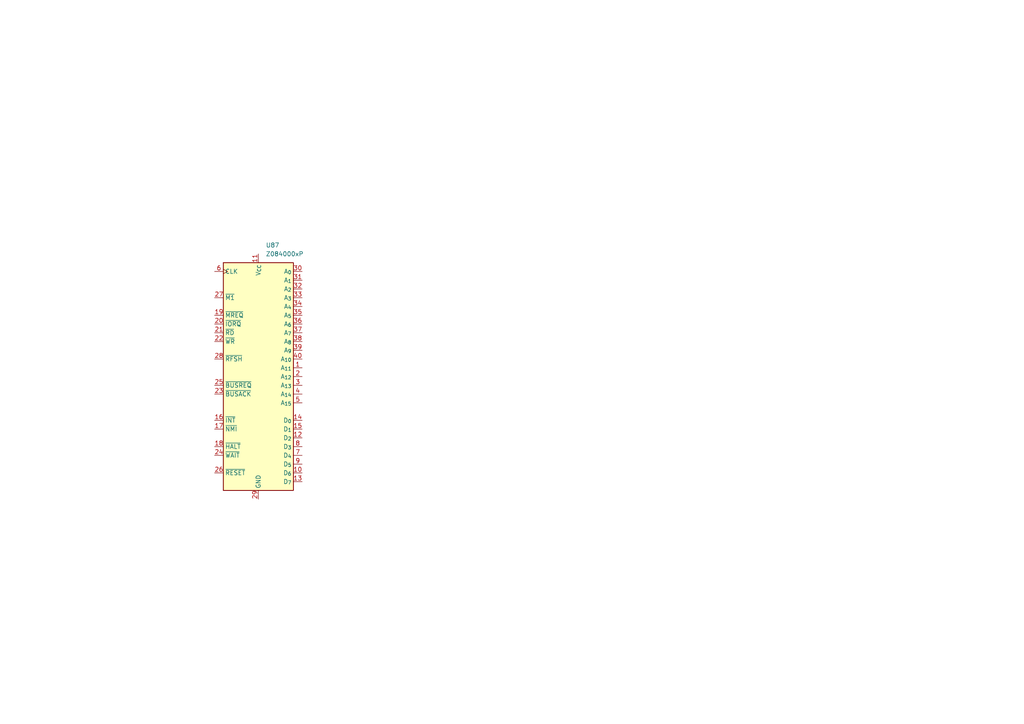
<source format=kicad_sch>
(kicad_sch (version 20250114) (generator "eeschema") (generator_version "9.0")
  (paper "A4")
  (lib_symbols
    (symbol "CPU:Z084000xP"
      (property "Reference" "U" (at -9.652 34.798 0))
      (property "Value" "Z084000xP" (at 3.81 34.798 0))
      (symbol "Z084000xP_0_1"
        (rectangle (start -10.16 33.02) (end 10.16 -33.02) (stroke (width 0.254)) (fill (type background)))
      )
      (symbol "Z084000xP_1_1"
        (pin input clock (at -12.7 30.48 0) (length 2.54) (name "CLK") (number "6"))
        (pin output line (at -12.7 22.86 0) (length 2.54) (name "~{M1}") (number "27"))
        (pin tri_state line (at -12.7 17.78 0) (length 2.54) (name "~{MREQ}") (number "19"))
        (pin tri_state line (at -12.7 15.24 0) (length 2.54) (name "~{IORQ}") (number "20"))
        (pin tri_state line (at -12.7 12.7 0) (length 2.54) (name "~{RD}") (number "21"))
        (pin tri_state line (at -12.7 10.16 0) (length 2.54) (name "~{WR}") (number "22"))
        (pin output line (at -12.7 5.08 0) (length 2.54) (name "~{RFSH}") (number "28"))
        (pin input line (at -12.7 -2.54 0) (length 2.54) (name "~{BUSREQ}") (number "25"))
        (pin output line (at -12.7 -5.08 0) (length 2.54) (name "~{BUSACK}") (number "23"))
        (pin input line (at -12.7 -12.7 0) (length 2.54) (name "~{INT}") (number "16"))
        (pin input line (at -12.7 -15.24 0) (length 2.54) (name "~{NMI}") (number "17"))
        (pin output line (at -12.7 -20.32 0) (length 2.54) (name "~{HALT}") (number "18"))
        (pin input line (at -12.7 -22.86 0) (length 2.54) (name "~{WAIT}") (number "24"))
        (pin input line (at -12.7 -27.94 0) (length 2.54) (name "~{RESET}") (number "26"))
        (pin power_in line (at 0 35.56 270) (length 2.54) (name "V_{CC}") (number "11"))
        (pin power_in line (at 0 -35.56 90) (length 2.54) (name "GND") (number "29"))
        (pin tri_state line (at 12.7 30.48 180) (length 2.54) (name "A_{0}") (number "30"))
        (pin tri_state line (at 12.7 27.94 180) (length 2.54) (name "A_{1}") (number "31"))
        (pin tri_state line (at 12.7 25.4 180) (length 2.54) (name "A_{2}") (number "32"))
        (pin tri_state line (at 12.7 22.86 180) (length 2.54) (name "A_{3}") (number "33"))
        (pin tri_state line (at 12.7 20.32 180) (length 2.54) (name "A_{4}") (number "34"))
        (pin tri_state line (at 12.7 17.78 180) (length 2.54) (name "A_{5}") (number "35"))
        (pin tri_state line (at 12.7 15.24 180) (length 2.54) (name "A_{6}") (number "36"))
        (pin tri_state line (at 12.7 12.7 180) (length 2.54) (name "A_{7}") (number "37"))
        (pin tri_state line (at 12.7 10.16 180) (length 2.54) (name "A_{8}") (number "38"))
        (pin tri_state line (at 12.7 7.62 180) (length 2.54) (name "A_{9}") (number "39"))
        (pin tri_state line (at 12.7 5.08 180) (length 2.54) (name "A_{10}") (number "40"))
        (pin tri_state line (at 12.7 2.54 180) (length 2.54) (name "A_{11}") (number "1"))
        (pin tri_state line (at 12.7 0 180) (length 2.54) (name "A_{12}") (number "2"))
        (pin tri_state line (at 12.7 -2.54 180) (length 2.54) (name "A_{13}") (number "3"))
        (pin tri_state line (at 12.7 -5.08 180) (length 2.54) (name "A_{14}") (number "4"))
        (pin tri_state line (at 12.7 -7.62 180) (length 2.54) (name "A_{15}") (number "5"))
        (pin bidirectional line (at 12.7 -12.7 180) (length 2.54) (name "D_{0}") (number "14"))
        (pin bidirectional line (at 12.7 -15.24 180) (length 2.54) (name "D_{1}") (number "15"))
        (pin bidirectional line (at 12.7 -17.78 180) (length 2.54) (name "D_{2}") (number "12"))
        (pin bidirectional line (at 12.7 -20.32 180) (length 2.54) (name "D_{3}") (number "8"))
        (pin bidirectional line (at 12.7 -22.86 180) (length 2.54) (name "D_{4}") (number "7"))
        (pin bidirectional line (at 12.7 -25.4 180) (length 2.54) (name "D_{5}") (number "9"))
        (pin bidirectional line (at 12.7 -27.94 180) (length 2.54) (name "D_{6}") (number "10"))
        (pin bidirectional line (at 12.7 -30.48 180) (length 2.54) (name "D_{7}") (number "13"))
      )
    )
  )
  (symbol (lib_id "CPU:Z084000xP") (at 74.93 109.22 0) (unit 1)
    (property "Reference" "U87" (at 77.0733 71.12 0) (effects (justify left)))
    (property "Value" "Z084000xP" (at 77.0733 73.66 0) (effects (justify left)))
    (property "Footprint" "Package_DIP:DIP-40_W15.24mm" (effects (hide yes)))
    (property "Datasheet" "https://archive.org/details/zilog-z-8400" (effects (hide yes)))
    (property "Description" "8-bit General Purpose Microprocessor, 8-bit data bus, 16-bit address bus, 4 / 6.17 / 8 MHz, DIP-40 (600 mil)" (effects (hide yes)))
  )
)
</source>
